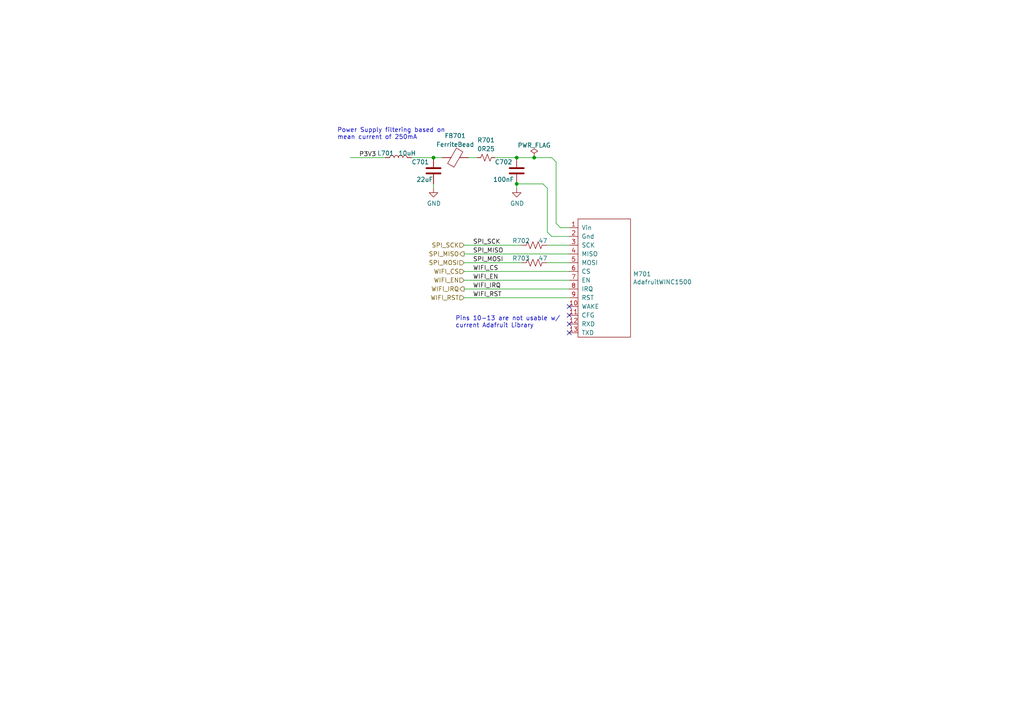
<source format=kicad_sch>
(kicad_sch (version 20211123) (generator eeschema)
  (paper "A4")
  (title_block (title "Sapphire Mini M2") (date "2022-09-26") (rev "1") (company "Southern Methodist Univ") (comment 1 "Chris Hayward"))
  (lib_symbols
    (symbol "Device:C" (pin_numbers hide) (pin_names (offset 0.254))
      (property "Reference" "C" (at 0.635 2.54 0))
      (property "Value" "C" (at 0.635 -2.54 0))
      (symbol "C_0_1"
        (polyline (pts (xy -2.032 -0.762) (xy 2.032 -0.762)) (stroke (width 0.508)))
        (polyline (pts (xy -2.032 0.762) (xy 2.032 0.762)) (stroke (width 0.508)))
      )
      (symbol "C_1_1"
        (pin passive line (at 0 3.81 270) (length 2.794) (name "~") (number "1"))
        (pin passive line (at 0 -3.81 90) (length 2.794) (name "~") (number "2"))
      )
    )
    (symbol "Device:FerriteBead" (pin_numbers hide) (pin_names (offset 0))
      (property "Reference" "FB" (at -3.81 0.635 90))
      (property "Value" "FerriteBead" (at 3.81 0 90))
      (symbol "FerriteBead_0_1"
        (polyline (pts (xy 0 -1.27) (xy 0 -1.2192)))
        (polyline (pts (xy 0 1.27) (xy 0 1.2954)))
        (polyline (pts (xy -2.7686 0.4064) (xy -1.7018 2.2606) (xy 2.7686 -0.3048) (xy 1.6764 -2.159) (xy -2.7686 0.4064)))
      )
      (symbol "FerriteBead_1_1"
        (pin passive line (at 0 3.81 270) (length 2.54) (name "~") (number "1"))
        (pin passive line (at 0 -3.81 90) (length 2.54) (name "~") (number "2"))
      )
    )
    (symbol "Device:L" (pin_numbers hide) (pin_names (offset 1.016) hide)
      (property "Reference" "L" (at -1.27 0 90))
      (property "Value" "L" (at 1.905 0 90))
      (symbol "L_0_1"
        (arc (start 0 -2.54) (mid 0.635 -1.905) (end 0 -1.27))
        (arc (start 0 -1.27) (mid 0.635 -0.635) (end 0 0))
        (arc (start 0 0) (mid 0.635 0.635) (end 0 1.27))
        (arc (start 0 1.27) (mid 0.635 1.905) (end 0 2.54))
      )
      (symbol "L_1_1"
        (pin passive line (at 0 3.81 270) (length 1.27) (name "1") (number "1"))
        (pin passive line (at 0 -3.81 90) (length 1.27) (name "2") (number "2"))
      )
    )
    (symbol "Device:R_Small_US" (pin_numbers hide) (pin_names (offset 0.254) hide)
      (property "Reference" "R" (at 0.762 0.508 0))
      (property "Value" "R_Small_US" (at 0.762 -1.016 0))
      (symbol "R_Small_US_1_1"
        (polyline (pts (xy 0 0) (xy 1.016 -0.381) (xy 0 -0.762) (xy -1.016 -1.143) (xy 0 -1.524)))
        (polyline (pts (xy 0 1.524) (xy 1.016 1.143) (xy 0 0.762) (xy -1.016 0.381) (xy 0 0)))
        (pin passive line (at 0 2.54 270) (length 1.016) (name "~") (number "1"))
        (pin passive line (at 0 -2.54 90) (length 1.016) (name "~") (number "2"))
      )
    )
    (symbol "Device:R_US" (pin_numbers hide) (pin_names (offset 0))
      (property "Reference" "R" (at 2.54 0 90))
      (property "Value" "R_US" (at -2.54 0 90))
      (symbol "R_US_0_1"
        (polyline (pts (xy 0 -2.286) (xy 0 -2.54)))
        (polyline (pts (xy 0 2.286) (xy 0 2.54)))
        (polyline (pts (xy 0 -0.762) (xy 1.016 -1.143) (xy 0 -1.524) (xy -1.016 -1.905) (xy 0 -2.286)))
        (polyline (pts (xy 0 0.762) (xy 1.016 0.381) (xy 0 0) (xy -1.016 -0.381) (xy 0 -0.762)))
        (polyline (pts (xy 0 2.286) (xy 1.016 1.905) (xy 0 1.524) (xy -1.016 1.143) (xy 0 0.762)))
      )
      (symbol "R_US_1_1"
        (pin passive line (at 0 3.81 270) (length 1.27) (name "~") (number "1"))
        (pin passive line (at 0 -3.81 90) (length 1.27) (name "~") (number "2"))
      )
    )
    (symbol "power:GND" (power) (pin_names (offset 0))
      (property "Value" "GND" (at 0 -3.81 0))
      (symbol "GND_0_1"
        (polyline (pts (xy 0 0) (xy 0 -1.27) (xy 1.27 -1.27) (xy 0 -2.54) (xy -1.27 -1.27) (xy 0 -1.27)))
      )
      (symbol "GND_1_1"
        (pin power_in line (at 0 0 270) (length 0) hide (name "GND") (number "1"))
      )
    )
    (symbol "power:PWR_FLAG" (power) (pin_numbers hide) (pin_names (offset 0) hide)
      (property "Value" "PWR_FLAG" (at 0 3.81 0))
      (symbol "PWR_FLAG_0_0"
        (pin power_out line (at 0 0 90) (length 0) (name "pwr") (number "1"))
      )
      (symbol "PWR_FLAG_0_1"
        (polyline (pts (xy 0 0) (xy 0 1.27) (xy -1.016 1.905) (xy 0 2.54) (xy 1.016 1.905) (xy 0 1.27)))
      )
    )
    (symbol "sapphireMini:AdafruitWINC1500" (pin_names (offset 1.016))
      (property "Reference" "M701" (at 13.4112 -13.4366 0))
      (property "Value" "AdafruitWINC1500" (at 13.4112 -15.748 0))
      (symbol "AdafruitWINC1500_0_1"
        (rectangle (start -2.54 2.54) (end 12.7 -31.75))
      )
      (symbol "AdafruitWINC1500_1_1"
        (pin power_in line (at -5.08 0 0) (length 2.54) (name "Vin") (number "1"))
        (pin input line (at -5.08 -22.86 0) (length 2.54) (name "WAKE") (number "10"))
        (pin input line (at -5.08 -25.4 0) (length 2.54) (name "CFG") (number "11"))
        (pin input line (at -5.08 -27.94 0) (length 2.54) (name "RXD") (number "12"))
        (pin input line (at -5.08 -30.48 0) (length 2.54) (name "TXD") (number "13"))
        (pin power_in line (at -5.08 -2.54 0) (length 2.54) (name "Gnd") (number "2"))
        (pin input line (at -5.08 -5.08 0) (length 2.54) (name "SCK") (number "3"))
        (pin tri_state line (at -5.08 -7.62 0) (length 2.54) (name "MISO") (number "4"))
        (pin input line (at -5.08 -10.16 0) (length 2.54) (name "MOSI") (number "5"))
        (pin input line (at -5.08 -12.7 0) (length 2.54) (name "CS") (number "6"))
        (pin input line (at -5.08 -15.24 0) (length 2.54) (name "EN") (number "7"))
        (pin output line (at -5.08 -17.78 0) (length 2.54) (name "IRQ") (number "8"))
        (pin input line (at -5.08 -20.32 0) (length 2.54) (name "RST") (number "9"))
      )
    )
  )
  (junction (at 154.94 45.72))
  (junction (at 149.86 45.72))
  (junction (at 125.73 45.72))
  (junction (at 149.86 53.34))
  (no_connect (at 165.1 96.52))
  (no_connect (at 165.1 88.9))
  (no_connect (at 165.1 91.44))
  (no_connect (at 165.1 93.98))
  (wire (pts (xy 158.75 67.31) (xy 158.75 54.61)))
  (wire (pts (xy 162.56 66.04) (xy 161.29 64.77)))
  (wire (pts (xy 161.29 46.99) (xy 161.29 64.77)))
  (wire (pts (xy 135.89 45.72) (xy 138.43 45.72)))
  (wire (pts (xy 154.94 45.72) (xy 149.86 45.72)))
  (wire (pts (xy 165.1 81.28) (xy 134.62 81.28)))
  (wire (pts (xy 125.73 54.61) (xy 125.73 53.34)))
  (wire (pts (xy 160.02 45.72) (xy 154.94 45.72)))
  (wire (pts (xy 158.75 54.61) (xy 157.48 53.34)))
  (wire (pts (xy 111.76 45.72) (xy 101.6 45.72)))
  (wire (pts (xy 151.13 76.2) (xy 134.62 76.2)))
  (wire (pts (xy 151.13 71.12) (xy 134.62 71.12)))
  (wire (pts (xy 160.02 45.72) (xy 161.29 46.99)))
  (wire (pts (xy 165.1 78.74) (xy 134.62 78.74)))
  (wire (pts (xy 143.51 45.72) (xy 149.86 45.72)))
  (wire (pts (xy 160.02 68.58) (xy 158.75 67.31)))
  (wire (pts (xy 165.1 71.12) (xy 158.75 71.12)))
  (wire (pts (xy 160.02 68.58) (xy 165.1 68.58)))
  (wire (pts (xy 165.1 86.36) (xy 134.62 86.36)))
  (wire (pts (xy 125.73 45.72) (xy 119.38 45.72)))
  (wire (pts (xy 165.1 66.04) (xy 162.56 66.04)))
  (wire (pts (xy 149.86 54.61) (xy 149.86 53.34)))
  (wire (pts (xy 157.48 53.34) (xy 149.86 53.34)))
  (wire (pts (xy 165.1 76.2) (xy 158.75 76.2)))
  (wire (pts (xy 128.27 45.72) (xy 125.73 45.72)))
  (wire (pts (xy 165.1 83.82) (xy 134.62 83.82)))
  (wire (pts (xy 165.1 73.66) (xy 134.62 73.66)))
  (text "Pins 10-13 are not usable w/\ncurrent Adafruit Library" (at 132.08 95.25 0) (effects (font (size 1.27 1.27)) (justify left bottom)))
  (text "Power Supply filtering based on\nmean current of 250mA" (at 97.79 40.64 0) (effects (font (size 1.27 1.27)) (justify left bottom)))
  (label "SPI_SCK" (at 137.16 71.12 0))
  (label "WIFI_RST" (at 137.16 86.36 0))
  (label "P3V3" (at 104.14 45.72 0))
  (label "SPI_MOSI" (at 137.16 76.2 0))
  (label "SPI_MISO" (at 137.16 73.66 0))
  (label "WIFI_IRQ" (at 137.16 83.82 0))
  (label "WIFI_CS" (at 137.16 78.74 0))
  (label "WIFI_EN" (at 137.16 81.28 0))
  (hierarchical_label "WIFI_IRQ" (shape output) (at 134.62 83.82 180))
  (hierarchical_label "SPI_MISO" (shape output) (at 134.62 73.66 180))
  (hierarchical_label "SPI_SCK" (shape input) (at 134.62 71.12 180))
  (hierarchical_label "WIFI_CS" (shape input) (at 134.62 78.74 180))
  (hierarchical_label "WIFI_RST" (shape input) (at 134.62 86.36 180))
  (hierarchical_label "WIFI_EN" (shape input) (at 134.62 81.28 180))
  (hierarchical_label "SPI_MOSI" (shape input) (at 134.62 76.2 180))
  (symbol (lib_id "sapphireMini:AdafruitWINC1500") (at 170.18 66.04 0) (unit 1)
    (property "Reference" "M701" (at 183.5912 79.4766 0) (effects (justify left)))
    (property "Value" "AdafruitWINC1500" (at 183.5912 81.788 0) (effects (justify left)))
    (property "Footprint" "Connector_PinHeader_2.54mm:PinHeader_1x13_P2.54mm_Vertical" (effects hide))
    (property "Description" "Adafruit Winc1500 breakout" (effects hide))
  )
  (symbol (lib_id "Device:C") (at 149.86 49.53 0) (unit 1)
    (property "Reference" "C702" (at 146.05 46.99 0))
    (property "Value" "100nF" (at 146.05 52.07 0))
    (property "Footprint" "Capacitor_SMD:C_0603_1608Metric" (effects hide))
    (property "Description" "0.1 µF ±10% 25V Ceramic Capacitor X5R 0402 (1005 Metric)" (effects hide))
    (property "MPN" "CL05A104KA5NNNC" (effects hide))
    (property "Manufacturer" "Samsung" (effects hide))
    (property "Populate" "1" (effects hide))
  )
  (symbol (lib_id "Device:C") (at 125.73 49.53 0) (unit 1)
    (property "Reference" "C701" (at 121.92 46.99 0))
    (property "Value" "22uF" (at 123.19 52.07 0))
    (property "Footprint" "Capacitor_SMD:C_0603_1608Metric" (effects hide))
    (property "Description" "22 µF ±20% 25V Ceramic Capacitor X5R 0805 (2012 Metric)" (effects hide))
    (property "MPN" "CL21A226MAYNNNE" (effects hide))
    (property "Manufacturer" "Samsung" (effects hide))
    (property "Populate" "1" (effects hide))
  )
  (symbol (lib_id "power:GND") (at 125.73 54.61 0) (unit 1)
    (property "Reference" "#PWR0701" (effects hide))
    (property "Value" "GND" (at 125.857 59.0042 0))
  )
  (symbol (lib_id "power:GND") (at 149.86 54.61 0) (unit 1)
    (property "Reference" "#PWR0702" (effects hide))
    (property "Value" "GND" (at 149.987 59.0042 0))
  )
  (symbol (lib_id "Device:R_Small_US") (at 140.97 45.72 90) (unit 1)
    (property "Reference" "R701" (at 140.97 40.64 90))
    (property "Value" "0R25" (at 140.97 43.18 90))
    (property "Footprint" "Resistor_SMD:R_0603_1608Metric" (effects hide))
    (property "DigiKey Price" "0.05" (effects hide))
    (property "Manufacturer" "Vishay" (effects hide))
    (property "Tolerance" "5%" (effects hide))
    (property "MPN" "CRCW060347R0FKEAC" (effects hide))
    (property "Populate" "1" (effects hide))
    (property "MacroFab_PN" "MF-RES-0603-47" (effects hide))
    (property "Digi-Key_PN" "541-5440-1-ND" (effects hide))
    (property "Distributor" "Digikey" (effects hide))
    (property "DPN" "541-5440-1-ND" (effects hide))
    (property "Description" "47 Ohms ±1% 0.1W, 1/10W Chip Resistor 0603" (effects hide))
  )
  (symbol (lib_id "Device:R_US") (at 154.94 76.2 270) (unit 1)
    (property "Reference" "R703" (at 151.13 74.93 90))
    (property "Value" "47" (at 157.48 74.93 90))
    (property "Footprint" "Resistor_SMD:R_0603_1608Metric" (effects hide))
  )
  (symbol (lib_id "Device:R_US") (at 154.94 71.12 270) (unit 1)
    (property "Reference" "R702" (at 151.13 69.85 90))
    (property "Value" "47" (at 157.48 69.85 90))
    (property "Footprint" "Resistor_SMD:R_0603_1608Metric" (effects hide))
  )
  (symbol (lib_id "Device:FerriteBead") (at 132.08 45.72 90) (unit 1)
    (property "Reference" "FB701" (at 132.0292 39.3786 90))
    (property "Value" "FerriteBead" (at 132.0292 41.9155 90))
    (property "Footprint" "Inductor_SMD:L_0201_0603Metric" (effects hide))
    (property "Description" "220 Ohms @ 100 MHz 1 Ferrite Bead 0603 (1608 Metric) 500mA 250mOhm" (effects hide))
    (property "MPN" "BLM18AG221SN1D" (effects hide))
  )
  (symbol (lib_id "Device:L") (at 115.57 45.72 90) (unit 1)
    (property "Reference" "L701" (at 114.3 44.45 90) (effects (justify left)))
    (property "Value" "10uH" (at 120.65 44.45 90) (effects (justify left)))
    (property "Footprint" "SapphineMinimal:NR3012T100M" (effects hide))
    (property "Description" "FIXED IND 10UH 630MA 348MOHM SMD" (effects hide))
    (property "MPN" "NR3012T100M" (effects hide))
    (property "Manufacturer" "Taiyo Yuden" (effects hide))
  )
  (symbol (lib_id "power:PWR_FLAG") (at 154.94 45.72 0) (unit 1)
    (property "Reference" "#FLG0701" (effects hide))
    (property "Value" "PWR_FLAG" (at 154.94 42.1442 0))
  )
)
</source>
